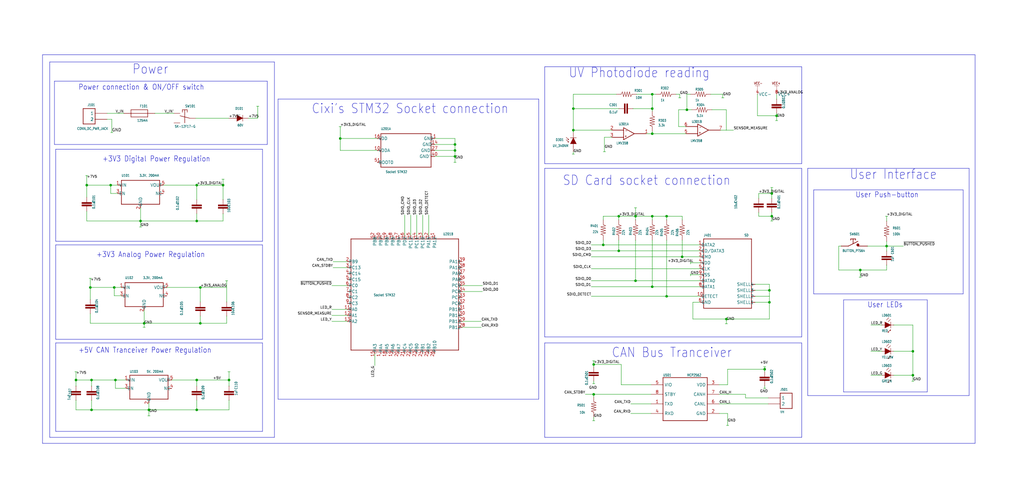
<source format=kicad_sch>
(kicad_sch (version 20250114) (generator "eeschema") (generator_version "9.0")
  (paper "User" 428.244 210.007)
  (text "Cixi's STM32 Socket connection" (at 130.28 47.92 0) (effects (font (size 4 3.4)) (justify left bottom)))
  (text "User Interface" (at 355.28 75.42 0) (effects (font (size 4 3.4)) (justify left bottom)))
  (text "+3V3 Digital Power Regulation" (at 42.78 67.92 0) (effects (font (size 2.25 1.9125)) (justify left bottom)))
  (text "+5V CAN Tranceiver Power Regulation" (at 32.78 147.92 0) (effects (font (size 2.25 1.9125)) (justify left bottom)))
  (text "User Push-button" (at 357.78 82.92 0) (effects (font (size 2.25 1.9125)) (justify left bottom)))
  (text "SD Card socket connection" (at 235.28 77.92 0) (effects (font (size 4 3.4)) (justify left bottom)))
  (text "UV Photodiode reading" (at 237.78 32.92 0) (effects (font (size 4 3.4)) (justify left bottom)))
  (text "CAN Bus Tranceiver" (at 255.78 149.92 0) (effects (font (size 4 3.4)) (justify left bottom)))
  (text "Power connection & ON/OFF switch" (at 32.78 37.92 0) (effects (font (size 2.25 1.9125)) (justify left bottom)))
  (text "Power" (at 55.28 31.42 0) (effects (font (size 4 3.4)) (justify left bottom)))
  (text "User LEDs" (at 362.78 128.92 0) (effects (font (size 2.25 1.9125)) (justify left bottom)))
  (text "+3V3 Analog Power Regulation" (at 40.28 107.92 0) (effects (font (size 2.25 1.9125)) (justify left bottom)))
  (junction (at 38.28 158.92))
  (junction (at 278.78 123.92))
  (junction (at 381.78 146.92))
  (junction (at 48.28 158.92))
  (junction (at 258.78 104.92))
  (junction (at 82.28 92.42))
  (junction (at 83.78 135.22))
  (junction (at 381.78 156.92))
  (junction (at 321.78 121.42))
  (junction (at 58.78 92.42))
  (junction (at 142.28 57.92))
  (junction (at 60.28 135.22))
  (junction (at 62.28 171.42))
  (junction (at 239.78 45.42))
  (junction (at 83.78 120.22))
  (junction (at 95.78 158.92))
  (junction (at 36.28 77.42))
  (junction (at 287.28 45.92))
  (junction (at 322.78 80.92))
  (junction (at 272.78 45.42))
  (junction (at 370.78 102.92))
  (junction (at 285.28 107.42))
  (junction (at 324.78 48.42))
  (junction (at 272.78 55.92))
  (junction (at 252.28 102.42))
  (junction (at 31.78 158.92))
  (junction (at 47.78 120.22))
  (junction (at 322.78 90.42))
  (junction (at 303.78 133.42))
  (junction (at 190.28 62.92))
  (junction (at 359.78 112.92))
  (junction (at 46.28 77.42))
  (junction (at 258.78 90.42))
  (junction (at 248.28 164.92))
  (junction (at 321.78 126.42))
  (junction (at 190.28 60.42))
  (junction (at 278.78 90.42))
  (junction (at 248.28 152.42))
  (junction (at 190.28 65.42))
  (junction (at 272.78 90.42))
  (junction (at 272.78 39.42))
  (junction (at 37.78 120.22))
  (junction (at 93.28 77.42))
  (junction (at 82.28 158.92))
  (junction (at 272.78 119.92))
  (junction (at 265.78 117.42))
  (junction (at 82.28 171.42))
  (junction (at 82.28 77.42))
  (junction (at 319.78 154.42))
  (junction (at 38.28 171.42))
  (junction (at 239.78 54.42))
  (junction (at 265.78 90.42))
  (wire (pts (xy 95.28 117.42) (xy 94.28 117.42)) (stroke (width 0.1524)))
  (wire (pts (xy 381.28 159.42) (xy 382.28 159.42)) (stroke (width 0.1524)))
  (polyline (pts (xy 116.28 41.42) (xy 225.28 41.42)) (stroke (width 0.1524) (type solid)))
  (wire (pts (xy 278.78 100.42) (xy 278.78 123.92)) (stroke (width 0.1524)))
  (wire (pts (xy 252.28 90.42) (xy 258.78 90.42)) (stroke (width 0.1524)))
  (wire (pts (xy 96.28 155.42) (xy 95.28 155.42)) (stroke (width 0.1524)))
  (polyline (pts (xy 402.78 79.42) (xy 340.28 79.42)) (stroke (width 0.1524) (type solid)))
  (wire (pts (xy 190.28 60.42) (xy 190.28 62.92)) (stroke (width 0.1524)))
  (wire (pts (xy 36.28 77.42) (xy 36.28 82.5)) (stroke (width 0.1524)))
  (wire (pts (xy 31.78 161.5) (xy 31.78 158.92)) (stroke (width 0.1524)))
  (wire (pts (xy 284.28 39.42) (xy 284.28 40.92)) (stroke (width 0.1524)))
  (wire (pts (xy 370.78 92.5) (xy 370.78 90.46)) (stroke (width 0.1524)))
  (wire (pts (xy 319.28 162.42) (xy 320.28 162.42)) (stroke (width 0.1524)))
  (wire (pts (xy 190.28 65.42) (xy 190.28 67.92)) (stroke (width 0.1524)))
  (wire (pts (xy 285.28 90.42) (xy 278.78 90.42)) (stroke (width 0.1524)))
  (polyline (pts (xy 109.78 100.92) (xy 109.78 62.42)) (stroke (width 0.1524) (type solid)))
  (wire (pts (xy 156.78 147.92) (xy 156.78 152.92)) (stroke (width 0.1524)))
  (wire (pts (xy 190.28 57.92) (xy 190.28 60.42)) (stroke (width 0.1524)))
  (polyline (pts (xy 23.28 102.42) (xy 109.78 102.42)) (stroke (width 0.1524) (type solid)))
  (wire (pts (xy 350.78 112.92) (xy 350.78 102.92)) (stroke (width 0.1524)))
  (wire (pts (xy 176.78 98.42) (xy 176.78 89.92)) (stroke (width 0.1524)))
  (wire (pts (xy 359.78 115.88) (xy 359.78 112.92)) (stroke (width 0.1524)))
  (wire (pts (xy 181.78 57.92) (xy 190.28 57.92)) (stroke (width 0.1524)))
  (wire (pts (xy 252.28 100.42) (xy 252.28 102.42)) (stroke (width 0.1524)))
  (polyline (pts (xy 352.78 163.92) (xy 352.78 125.42)) (stroke (width 0.1524) (type solid)))
  (wire (pts (xy 240.28 64.42) (xy 239.28 64.42)) (stroke (width 0.1524)))
  (wire (pts (xy 38.28 161.5) (xy 38.28 158.92)) (stroke (width 0.1524)))
  (polyline (pts (xy 23.28 62.42) (xy 23.28 100.92)) (stroke (width 0.1524) (type solid)))
  (polyline (pts (xy 225.28 41.42) (xy 225.28 166.92)) (stroke (width 0.1524) (type solid)))
  (wire (pts (xy 288.78 39.42) (xy 287.28 39.42)) (stroke (width 0.1524)))
  (wire (pts (xy 311.78 166.42) (xy 311.78 164.92)) (stroke (width 0.1524)))
  (wire (pts (xy 72.74 47.42) (xy 64.78 47.42)) (stroke (width 0.1524)))
  (wire (pts (xy 322.78 83) (xy 322.78 80.92)) (stroke (width 0.1524)))
  (wire (pts (xy 35.78 73.42) (xy 36.78 73.42)) (stroke (width 0.1524)))
  (polyline (pts (xy 387.78 163.92) (xy 352.78 163.92)) (stroke (width 0.1524) (type solid)))
  (wire (pts (xy 71.78 158.92) (xy 82.28 158.92)) (stroke (width 0.1524)))
  (wire (pts (xy 321.78 123.92) (xy 321.78 126.42)) (stroke (width 0.1524)))
  (wire (pts (xy 317.28 80.92) (xy 322.78 80.92)) (stroke (width 0.1524)))
  (wire (pts (xy 193.28 134.42) (xy 201.28 134.42)) (stroke (width 0.1524)))
  (wire (pts (xy 68.28 77.42) (xy 82.28 77.42)) (stroke (width 0.1524)))
  (wire (pts (xy 145.28 119.42) (xy 138.78 119.42)) (stroke (width 0.1524)))
  (wire (pts (xy 93.28 77.42) (xy 93.28 83.5)) (stroke (width 0.1524)))
  (wire (pts (xy 317.28 88.84) (xy 317.28 90.42)) (stroke (width 0.1524)))
  (wire (pts (xy 266.2 39.42) (xy 272.78 39.42)) (stroke (width 0.1524)))
  (wire (pts (xy 311.78 164.92) (xy 300.78 164.92)) (stroke (width 0.1524)))
  (wire (pts (xy 362.78 102.92) (xy 370.78 102.92)) (stroke (width 0.1524)))
  (wire (pts (xy 247.78 175.92) (xy 248.78 175.92)) (stroke (width 0.1524)))
  (wire (pts (xy 287.28 45.92) (xy 283.78 45.92)) (stroke (width 0.1524)))
  (wire (pts (xy 283.78 40.92) (xy 284.78 40.92)) (stroke (width 0.1524)))
  (wire (pts (xy 282.7 39.42) (xy 284.28 39.42)) (stroke (width 0.1524)))
  (wire (pts (xy 174.28 98.42) (xy 174.28 89.92)) (stroke (width 0.1524)))
  (wire (pts (xy 283.78 52.92) (xy 286.86 52.92)) (stroke (width 0.1524)))
  (wire (pts (xy 272.78 55.92) (xy 286.86 55.92)) (stroke (width 0.1524)))
  (wire (pts (xy 82.28 77.42) (xy 93.28 77.42)) (stroke (width 0.1524)))
  (wire (pts (xy 285.28 92) (xy 285.28 90.42)) (stroke (width 0.1524)))
  (wire (pts (xy 368.86 135.92) (xy 364.2 135.92)) (stroke (width 0.1524)))
  (polyline (pts (xy 402.78 122.92) (xy 402.78 79.42)) (stroke (width 0.1524) (type solid)))
  (wire (pts (xy 82.28 161.5) (xy 82.28 158.92)) (stroke (width 0.1524)))
  (wire (pts (xy 370.78 102.92) (xy 377.78 102.92)) (stroke (width 0.1524)))
  (wire (pts (xy 272.78 100.42) (xy 272.78 119.92)) (stroke (width 0.1524)))
  (wire (pts (xy 31.78 158.92) (xy 31.78 155.42)) (stroke (width 0.1524)))
  (wire (pts (xy 289.78 133.42) (xy 303.78 133.42)) (stroke (width 0.1524)))
  (wire (pts (xy 38.28 167.34) (xy 38.28 171.42)) (stroke (width 0.1524)))
  (polyline (pts (xy 227.78 27.92) (xy 227.78 68.42)) (stroke (width 0.1524) (type solid)))
  (wire (pts (xy 287.28 39.42) (xy 287.28 45.92)) (stroke (width 0.1524)))
  (wire (pts (xy 248.28 152.42) (xy 248.28 150.92)) (stroke (width 0.1524)))
  (wire (pts (xy 297.2 39.42) (xy 302.28 39.42)) (stroke (width 0.1524)))
  (wire (pts (xy 193.28 119.42) (xy 201.78 119.42)) (stroke (width 0.1524)))
  (polyline (pts (xy 114.78 25.92) (xy 20.78 25.92)) (stroke (width 0.1524) (type solid)))
  (wire (pts (xy 31.78 158.92) (xy 38.28 158.92)) (stroke (width 0.1524)))
  (wire (pts (xy 82.28 92.42) (xy 58.78 92.42)) (stroke (width 0.1524)))
  (wire (pts (xy 252.78 57.42) (xy 252.78 63.42)) (stroke (width 0.1524)))
  (wire (pts (xy 46.28 80.92) (xy 46.28 77.42)) (stroke (width 0.1524)))
  (wire (pts (xy 317.28 90.42) (xy 322.78 90.42)) (stroke (width 0.1524)))
  (polyline (pts (xy 340.28 122.92) (xy 402.78 122.92)) (stroke (width 0.1524) (type solid)))
  (wire (pts (xy 157.78 62.92) (xy 142.28 62.92)) (stroke (width 0.1524)))
  (wire (pts (xy 324.28 50.42) (xy 325.28 50.42)) (stroke (width 0.1524)))
  (wire (pts (xy 81.82 49.42) (xy 95.7 49.42)) (stroke (width 0.1524)))
  (wire (pts (xy 193.28 136.92) (xy 201.28 136.92)) (stroke (width 0.1524)))
  (wire (pts (xy 179.28 98.42) (xy 179.28 89.92)) (stroke (width 0.1524)))
  (polyline (pts (xy 335.28 143.42) (xy 335.28 182.92)) (stroke (width 0.1524) (type solid)))
  (wire (pts (xy 292.78 104.92) (xy 258.78 104.92)) (stroke (width 0.1524)))
  (wire (pts (xy 47.78 120.22) (xy 37.78 120.22)) (stroke (width 0.1524)))
  (wire (pts (xy 289.28 45.92) (xy 287.28 45.92)) (stroke (width 0.1524)))
  (wire (pts (xy 319.78 154.42) (xy 319.78 153.42)) (stroke (width 0.1524)))
  (wire (pts (xy 370.78 102.92) (xy 370.78 105)) (stroke (width 0.1524)))
  (wire (pts (xy 257.78 39.42) (xy 239.78 39.42)) (stroke (width 0.1524)))
  (wire (pts (xy 252.28 63.42) (xy 253.28 63.42)) (stroke (width 0.1524)))
  (wire (pts (xy 289.78 126.42) (xy 289.78 133.42)) (stroke (width 0.1524)))
  (wire (pts (xy 37.78 120.22) (xy 37.78 125.3)) (stroke (width 0.1524)))
  (wire (pts (xy 103.86 49.42) (xy 107.78 49.42)) (stroke (width 0.1524)))
  (polyline (pts (xy 23.28 141.92) (xy 23.28 102.42)) (stroke (width 0.1524) (type solid)))
  (polyline (pts (xy 407.78 185.42) (xy 407.78 22.92)) (stroke (width 0.1524) (type solid)))
  (wire (pts (xy 303.28 135.42) (xy 304.28 135.42)) (stroke (width 0.1524)))
  (wire (pts (xy 193.28 121.92) (xy 201.78 121.92)) (stroke (width 0.1524)))
  (wire (pts (xy 248.28 159.34) (xy 248.28 160.42)) (stroke (width 0.1524)))
  (wire (pts (xy 60.28 135.22) (xy 60.28 136.92)) (stroke (width 0.1524)))
  (polyline (pts (xy 111.78 33.92) (xy 111.78 60.42)) (stroke (width 0.1524) (type solid)))
  (wire (pts (xy 297.7 45.92) (xy 303.78 45.92)) (stroke (width 0.1524)))
  (wire (pts (xy 370.78 110.84) (xy 370.78 112.92)) (stroke (width 0.1524)))
  (wire (pts (xy 142.28 62.92) (xy 142.28 57.92)) (stroke (width 0.1524)))
  (wire (pts (xy 239.78 63.5) (xy 239.78 64.42)) (stroke (width 0.1524)))
  (wire (pts (xy 239.78 45.42) (xy 239.78 54.42)) (stroke (width 0.1524)))
  (polyline (pts (xy 352.78 125.42) (xy 387.78 125.42)) (stroke (width 0.1524) (type solid)))
  (wire (pts (xy 319.28 153.42) (xy 320.28 153.42)) (stroke (width 0.1524)))
  (polyline (pts (xy 109.78 143.42) (xy 109.78 180.42)) (stroke (width 0.1524) (type solid)))
  (wire (pts (xy 141.78 52.92) (xy 142.78 52.92)) (stroke (width 0.1524)))
  (wire (pts (xy 181.78 65.42) (xy 190.28 65.42)) (stroke (width 0.1524)))
  (wire (pts (xy 62.28 171.42) (xy 62.28 168.42)) (stroke (width 0.1524)))
  (wire (pts (xy 190.28 62.92) (xy 190.28 65.42)) (stroke (width 0.1524)))
  (wire (pts (xy 248.28 164.92) (xy 248.28 166)) (stroke (width 0.1524)))
  (polyline (pts (xy 340.28 79.42) (xy 340.28 122.92)) (stroke (width 0.1524) (type solid)))
  (wire (pts (xy 38.28 171.42) (xy 62.28 171.42)) (stroke (width 0.1524)))
  (wire (pts (xy 47.28 55.42) (xy 46.28 55.42)) (stroke (width 0.1524)))
  (polyline (pts (xy 109.78 102.42) (xy 109.78 141.92)) (stroke (width 0.1524) (type solid)))
  (wire (pts (xy 258.78 92) (xy 258.78 90.42)) (stroke (width 0.1524)))
  (wire (pts (xy 381.78 146.92) (xy 381.78 156.92)) (stroke (width 0.1524)))
  (wire (pts (xy 283.78 45.92) (xy 283.78 52.92)) (stroke (width 0.1524)))
  (wire (pts (xy 259.78 160.92) (xy 259.78 152.42)) (stroke (width 0.1524)))
  (wire (pts (xy 381.78 156.92) (xy 381.78 159.38)) (stroke (width 0.1524)))
  (polyline (pts (xy 405.28 70.42) (xy 337.78 70.42)) (stroke (width 0.1524) (type solid)))
  (polyline (pts (xy 335.28 140.92) (xy 227.78 140.92)) (stroke (width 0.1524) (type solid)))
  (polyline (pts (xy 109.78 62.42) (xy 23.28 62.42)) (stroke (width 0.1524) (type solid)))
  (wire (pts (xy 37.78 135.22) (xy 60.28 135.22)) (stroke (width 0.1524)))
  (wire (pts (xy 247.28 123.92) (xy 278.78 123.92)) (stroke (width 0.1524)))
  (wire (pts (xy 350.78 102.92) (xy 351.78 102.92)) (stroke (width 0.1524)))
  (wire (pts (xy 189.78 67.92) (xy 190.78 67.92)) (stroke (width 0.1524)))
  (polyline (pts (xy 17.78 185.42) (xy 407.78 185.42)) (stroke (width 0.1524) (type solid)))
  (wire (pts (xy 94.78 132.14) (xy 94.78 135.22)) (stroke (width 0.1524)))
  (wire (pts (xy 46.78 49.92) (xy 46.78 55.38)) (stroke (width 0.1524)))
  (polyline (pts (xy 387.78 125.42) (xy 387.78 163.92)) (stroke (width 0.1524) (type solid)))
  (wire (pts (xy 315.78 118.92) (xy 321.78 118.92)) (stroke (width 0.1524)))
  (wire (pts (xy 272.28 160.92) (xy 259.78 160.92)) (stroke (width 0.1524)))
  (wire (pts (xy 301.78 40.92) (xy 302.78 40.92)) (stroke (width 0.1524)))
  (wire (pts (xy 303.78 133.42) (xy 321.78 133.42)) (stroke (width 0.1524)))
  (wire (pts (xy 248.28 152.42) (xy 248.28 153.5)) (stroke (width 0.1524)))
  (polyline (pts (xy 109.78 141.92) (xy 23.28 141.92)) (stroke (width 0.1524) (type solid)))
  (wire (pts (xy 171.78 98.42) (xy 171.78 89.92)) (stroke (width 0.1524)))
  (wire (pts (xy 58.78 92.42) (xy 58.78 94.88)) (stroke (width 0.1524)))
  (wire (pts (xy 36.28 77.42) (xy 36.28 73.42)) (stroke (width 0.1524)))
  (wire (pts (xy 285.28 107.42) (xy 247.28 107.42)) (stroke (width 0.1524)))
  (wire (pts (xy 248.28 164.92) (xy 244.78 164.92)) (stroke (width 0.1524)))
  (polyline (pts (xy 227.78 70.42) (xy 335.28 70.42)) (stroke (width 0.1524) (type solid)))
  (wire (pts (xy 270.36 55.92) (xy 272.78 55.92)) (stroke (width 0.1524)))
  (wire (pts (xy 95.78 158.92) (xy 95.78 155.42)) (stroke (width 0.1524)))
  (wire (pts (xy 292.78 126.42) (xy 289.78 126.42)) (stroke (width 0.1524)))
  (wire (pts (xy 272.78 39.42) (xy 272.78 45.42)) (stroke (width 0.1524)))
  (polyline (pts (xy 335.28 70.42) (xy 335.28 140.92)) (stroke (width 0.1524) (type solid)))
  (polyline (pts (xy 22.78 60.42) (xy 22.78 33.92)) (stroke (width 0.1524) (type solid)))
  (wire (pts (xy 248.28 174.42) (xy 248.28 175.92)) (stroke (width 0.1524)))
  (wire (pts (xy 368.86 156.92) (xy 364.2 156.92)) (stroke (width 0.1524)))
  (wire (pts (xy 95.78 158.92) (xy 95.78 161.5)) (stroke (width 0.1524)))
  (wire (pts (xy 324.78 48.42) (xy 324.78 47.34)) (stroke (width 0.1524)))
  (wire (pts (xy 247.28 104.92) (xy 258.78 104.92)) (stroke (width 0.1524)))
  (wire (pts (xy 58.28 94.92) (xy 59.28 94.92)) (stroke (width 0.1524)))
  (wire (pts (xy 302.28 39.42) (xy 302.28 40.92)) (stroke (width 0.1524)))
  (wire (pts (xy 247.78 160.42) (xy 248.78 160.42)) (stroke (width 0.1524)))
  (wire (pts (xy 278.78 90.42) (xy 278.78 92)) (stroke (width 0.1524)))
  (wire (pts (xy 94.78 120.22) (xy 94.78 126.3)) (stroke (width 0.1524)))
  (wire (pts (xy 300.78 160.92) (xy 304.28 160.92)) (stroke (width 0.1524)))
  (wire (pts (xy 93.28 74.96) (xy 93.28 77.42)) (stroke (width 0.1524)))
  (wire (pts (xy 51.78 47.42) (xy 44.78 47.42)) (stroke (width 0.1524)))
  (wire (pts (xy 292.86 114.92) (xy 288.82 114.92)) (stroke (width 0.1524)))
  (wire (pts (xy 321.78 118.92) (xy 321.78 121.42)) (stroke (width 0.1524)))
  (wire (pts (xy 373.7 146.92) (xy 381.78 146.92)) (stroke (width 0.1524)))
  (wire (pts (xy 258.78 104.92) (xy 258.78 100.42)) (stroke (width 0.1524)))
  (wire (pts (xy 265.78 92) (xy 265.78 90.42)) (stroke (width 0.1524)))
  (polyline (pts (xy 227.78 143.42) (xy 335.28 143.42)) (stroke (width 0.1524) (type solid)))
  (wire (pts (xy 48.28 158.92) (xy 48.28 162.42)) (stroke (width 0.1524)))
  (polyline (pts (xy 337.78 70.42) (xy 337.78 165.42)) (stroke (width 0.1524) (type solid)))
  (wire (pts (xy 49.28 80.92) (xy 46.28 80.92)) (stroke (width 0.1524)))
  (wire (pts (xy 317.28 83) (xy 317.28 80.92)) (stroke (width 0.1524)))
  (wire (pts (xy 359.28 115.92) (xy 360.28 115.92)) (stroke (width 0.1524)))
  (wire (pts (xy 169.28 98.42) (xy 169.28 89.92)) (stroke (width 0.1524)))
  (polyline (pts (xy 111.78 60.42) (xy 22.78 60.42)) (stroke (width 0.1524) (type solid)))
  (wire (pts (xy 303.78 54.42) (xy 306.78 54.42)) (stroke (width 0.1524)))
  (wire (pts (xy 49.28 77.42) (xy 46.28 77.42)) (stroke (width 0.1524)))
  (wire (pts (xy 157.78 57.92) (xy 142.28 57.92)) (stroke (width 0.1524)))
  (wire (pts (xy 300.78 172.92) (xy 304.28 172.92)) (stroke (width 0.1524)))
  (polyline (pts (xy 335.28 182.92) (xy 227.78 182.92)) (stroke (width 0.1524) (type solid)))
  (polyline (pts (xy 17.78 22.92) (xy 17.78 185.42)) (stroke (width 0.1524) (type solid)))
  (wire (pts (xy 62.78 173.92) (xy 61.78 173.92)) (stroke (width 0.1524)))
  (wire (pts (xy 321.78 126.42) (xy 321.78 133.42)) (stroke (width 0.1524)))
  (wire (pts (xy 60.28 129.72) (xy 60.28 135.22)) (stroke (width 0.1524)))
  (wire (pts (xy 274.28 39.42) (xy 272.78 39.42)) (stroke (width 0.1524)))
  (polyline (pts (xy 405.28 165.42) (xy 405.28 70.42)) (stroke (width 0.1524) (type solid)))
  (wire (pts (xy 315.78 126.42) (xy 321.78 126.42)) (stroke (width 0.1524)))
  (wire (pts (xy 145.28 109.42) (xy 139.28 109.42)) (stroke (width 0.1524)))
  (polyline (pts (xy 227.78 140.92) (xy 227.78 70.42)) (stroke (width 0.1524) (type solid)))
  (polyline (pts (xy 335.28 27.92) (xy 335.28 68.42)) (stroke (width 0.1524) (type solid)))
  (wire (pts (xy 247.28 119.92) (xy 272.78 119.92)) (stroke (width 0.1524)))
  (wire (pts (xy 31.28 155.42) (xy 32.28 155.42)) (stroke (width 0.1524)))
  (wire (pts (xy 62.28 171.42) (xy 62.28 173.92)) (stroke (width 0.1524)))
  (wire (pts (xy 37.78 120.22) (xy 37.78 116.42)) (stroke (width 0.1524)))
  (wire (pts (xy 319.78 161.34) (xy 319.78 162.42)) (stroke (width 0.1524)))
  (wire (pts (xy 322.78 90.42) (xy 322.78 92.38)) (stroke (width 0.1524)))
  (wire (pts (xy 247.28 102.42) (xy 252.28 102.42)) (stroke (width 0.1524)))
  (wire (pts (xy 48.28 162.42) (xy 52.78 162.42)) (stroke (width 0.1524)))
  (wire (pts (xy 46.28 77.42) (xy 36.28 77.42)) (stroke (width 0.1524)))
  (polyline (pts (xy 109.78 180.42) (xy 23.28 180.42)) (stroke (width 0.1524) (type solid)))
  (wire (pts (xy 83.78 126.3) (xy 83.78 120.22)) (stroke (width 0.1524)))
  (wire (pts (xy 52.78 158.92) (xy 48.28 158.92)) (stroke (width 0.1524)))
  (wire (pts (xy 373.7 135.92) (xy 381.78 135.92)) (stroke (width 0.1524)))
  (wire (pts (xy 83.78 132.14) (xy 83.78 135.22)) (stroke (width 0.1524)))
  (wire (pts (xy 321.78 123.92) (xy 315.78 123.92)) (stroke (width 0.1524)))
  (wire (pts (xy 303.78 177.92) (xy 304.78 177.92)) (stroke (width 0.1524)))
  (wire (pts (xy 142.28 57.92) (xy 142.28 52.96)) (stroke (width 0.1524)))
  (wire (pts (xy 292.86 117.42) (xy 265.78 117.42)) (stroke (width 0.1524)))
  (wire (pts (xy 322.28 78.42) (xy 323.28 78.42)) (stroke (width 0.1524)))
  (wire (pts (xy 364.2 146.92) (xy 368.86 146.92)) (stroke (width 0.1524)))
  (wire (pts (xy 321.28 166.42) (xy 311.78 166.42)) (stroke (width 0.1524)))
  (wire (pts (xy 359.78 112.92) (xy 350.78 112.92)) (stroke (width 0.1524)))
  (wire (pts (xy 292.86 112.42) (xy 247.28 112.42)) (stroke (width 0.1524)))
  (wire (pts (xy 322.78 88.84) (xy 322.78 90.42)) (stroke (width 0.1524)))
  (wire (pts (xy 38.28 158.92) (xy 48.28 158.92)) (stroke (width 0.1524)))
  (wire (pts (xy 258.86 45.42) (xy 239.78 45.42)) (stroke (width 0.1524)))
  (wire (pts (xy 373.7 156.92) (xy 381.78 156.92)) (stroke (width 0.1524)))
  (wire (pts (xy 50.78 123.72) (xy 47.78 123.72)) (stroke (width 0.1524)))
  (polyline (pts (xy 20.78 25.92) (xy 20.78 182.92)) (stroke (width 0.1524) (type solid)))
  (polyline (pts (xy 116.28 166.92) (xy 116.28 41.42)) (stroke (width 0.1524) (type solid)))
  (polyline (pts (xy 227.78 27.92) (xy 335.28 27.92)) (stroke (width 0.1524) (type solid)))
  (wire (pts (xy 31.78 167.34) (xy 31.78 171.42)) (stroke (width 0.1524)))
  (wire (pts (xy 265.78 90.42) (xy 272.78 90.42)) (stroke (width 0.1524)))
  (polyline (pts (xy 335.28 68.42) (xy 227.78 68.42)) (stroke (width 0.1524) (type solid)))
  (wire (pts (xy 36.28 88.34) (xy 36.28 92.42)) (stroke (width 0.1524)))
  (wire (pts (xy 58.78 86.92) (xy 58.78 92.42)) (stroke (width 0.1524)))
  (wire (pts (xy 370.78 100.92) (xy 370.78 102.92)) (stroke (width 0.1524)))
  (wire (pts (xy 108.28 44.42) (xy 107.28 44.42)) (stroke (width 0.1524)))
  (wire (pts (xy 370.28 90.42) (xy 371.28 90.42)) (stroke (width 0.1524)))
  (wire (pts (xy 316.78 39.42) (xy 316.78 48.42)) (stroke (width 0.1524)))
  (polyline (pts (xy 114.78 182.92) (xy 114.78 25.92)) (stroke (width 0.1524) (type solid)))
  (wire (pts (xy 272.28 168.92) (xy 263.78 168.92)) (stroke (width 0.1524)))
  (wire (pts (xy 83.78 135.22) (xy 60.28 135.22)) (stroke (width 0.1524)))
  (wire (pts (xy 37.78 131.14) (xy 37.78 135.22)) (stroke (width 0.1524)))
  (wire (pts (xy 145.28 111.92) (xy 139.28 111.92)) (stroke (width 0.1524)))
  (wire (pts (xy 255.86 54.42) (xy 239.78 54.42)) (stroke (width 0.1524)))
  (polyline (pts (xy 225.28 166.92) (xy 116.28 166.92)) (stroke (width 0.1524) (type solid)))
  (wire (pts (xy 319.78 154.42) (xy 319.78 155.5)) (stroke (width 0.1524)))
  (wire (pts (xy 316.78 48.42) (xy 324.78 48.42)) (stroke (width 0.1524)))
  (wire (pts (xy 292.86 119.92) (xy 272.78 119.92)) (stroke (width 0.1524)))
  (wire (pts (xy 47.78 123.72) (xy 47.78 120.22)) (stroke (width 0.1524)))
  (wire (pts (xy 265.28 86.92) (xy 266.28 86.92)) (stroke (width 0.1524)))
  (wire (pts (xy 272.28 172.92) (xy 263.78 172.92)) (stroke (width 0.1524)))
  (wire (pts (xy 94.78 117.46) (xy 94.78 120.22)) (stroke (width 0.1524)))
  (wire (pts (xy 258.78 90.42) (xy 265.78 90.42)) (stroke (width 0.1524)))
  (wire (pts (xy 59.78 136.92) (xy 60.78 136.92)) (stroke (width 0.1524)))
  (wire (pts (xy 292.78 123.92) (xy 278.78 123.92)) (stroke (width 0.1524)))
  (wire (pts (xy 370.78 112.92) (xy 359.78 112.92)) (stroke (width 0.1524)))
  (wire (pts (xy 247.28 117.42) (xy 265.78 117.42)) (stroke (width 0.1524)))
  (wire (pts (xy 107.78 49.42) (xy 107.78 44.42)) (stroke (width 0.1524)))
  (wire (pts (xy 37.28 116.42) (xy 38.28 116.42)) (stroke (width 0.1524)))
  (polyline (pts (xy 23.28 143.42) (xy 109.78 143.42)) (stroke (width 0.1524) (type solid)))
  (polyline (pts (xy 22.78 33.92) (xy 111.78 33.92)) (stroke (width 0.1524) (type solid)))
  (wire (pts (xy 145.28 134.42) (xy 138.78 134.42)) (stroke (width 0.1524)))
  (wire (pts (xy 304.28 154.42) (xy 319.78 154.42)) (stroke (width 0.1524)))
  (wire (pts (xy 82.28 158.92) (xy 95.78 158.92)) (stroke (width 0.1524)))
  (wire (pts (xy 93.28 89.34) (xy 93.28 92.42)) (stroke (width 0.1524)))
  (wire (pts (xy 92.78 74.92) (xy 93.78 74.92)) (stroke (width 0.1524)))
  (wire (pts (xy 272.78 45.42) (xy 272.78 46.5)) (stroke (width 0.1524)))
  (wire (pts (xy 322.78 80.92) (xy 322.78 78.46)) (stroke (width 0.1524)))
  (wire (pts (xy 44.78 49.92) (xy 46.78 49.92)) (stroke (width 0.1524)))
  (wire (pts (xy 265.78 100.42) (xy 265.78 117.42)) (stroke (width 0.1524)))
  (wire (pts (xy 292.86 109.92) (xy 288.78 109.92)) (stroke (width 0.1524)))
  (wire (pts (xy 31.78 171.42) (xy 38.28 171.42)) (stroke (width 0.1524)))
  (wire (pts (xy 321.28 168.92) (xy 300.78 168.92)) (stroke (width 0.1524)))
  (wire (pts (xy 82.28 83.5) (xy 82.28 77.42)) (stroke (width 0.1524)))
  (wire (pts (xy 303.78 133.42) (xy 303.78 135.42)) (stroke (width 0.1524)))
  (wire (pts (xy 82.28 89.34) (xy 82.28 92.42)) (stroke (width 0.1524)))
  (wire (pts (xy 288.78 114.42) (xy 288.78 115.42)) (stroke (width 0.1524)))
  (wire (pts (xy 304.28 172.92) (xy 304.28 177.92)) (stroke (width 0.1524)))
  (wire (pts (xy 272.78 54.92) (xy 272.78 55.92)) (stroke (width 0.1524)))
  (wire (pts (xy 239.78 39.42) (xy 239.78 45.42)) (stroke (width 0.1524)))
  (wire (pts (xy 381.78 135.92) (xy 381.78 146.92)) (stroke (width 0.1524)))
  (wire (pts (xy 50.78 120.22) (xy 47.78 120.22)) (stroke (width 0.1524)))
  (polyline (pts (xy 407.78 22.92) (xy 17.78 22.92)) (stroke (width 0.1524) (type solid)))
  (wire (pts (xy 288.78 109.42) (xy 288.78 110.42)) (stroke (width 0.1524)))
  (wire (pts (xy 145.28 129.42) (xy 138.78 129.42)) (stroke (width 0.1524)))
  (wire (pts (xy 69.78 120.22) (xy 83.78 120.22)) (stroke (width 0.1524)))
  (wire (pts (xy 272.28 164.92) (xy 248.28 164.92)) (stroke (width 0.1524)))
  (wire (pts (xy 321.78 121.42) (xy 321.78 123.92)) (stroke (width 0.1524)))
  (polyline (pts (xy 23.28 100.92) (xy 109.78 100.92)) (stroke (width 0.1524) (type solid)))
  (wire (pts (xy 239.78 54.42) (xy 239.78 55.34)) (stroke (width 0.1524)))
  (wire (pts (xy 247.78 150.92) (xy 248.78 150.92)) (stroke (width 0.1524)))
  (wire (pts (xy 36.28 92.42) (xy 58.78 92.42)) (stroke (width 0.1524)))
  (wire (pts (xy 292.78 107.42) (xy 285.28 107.42)) (stroke (width 0.1524)))
  (wire (pts (xy 94.78 135.22) (xy 83.78 135.22)) (stroke (width 0.1524)))
  (polyline (pts (xy 20.78 182.92) (xy 114.78 182.92)) (stroke (width 0.1524) (type solid)))
  (wire (pts (xy 181.78 60.42) (xy 190.28 60.42)) (stroke (width 0.1524)))
  (polyline (pts (xy 23.28 180.42) (xy 23.28 143.42)) (stroke (width 0.1524) (type solid)))
  (polyline (pts (xy 337.78 165.42) (xy 405.28 165.42)) (stroke (width 0.1524) (type solid)))
  (wire (pts (xy 315.78 121.42) (xy 321.78 121.42)) (stroke (width 0.1524)))
  (wire (pts (xy 181.78 62.92) (xy 190.28 62.92)) (stroke (width 0.1524)))
  (polyline (pts (xy 227.78 182.92) (xy 227.78 143.42)) (stroke (width 0.1524) (type solid)))
  (wire (pts (xy 324.78 48.42) (xy 324.78 50.42)) (stroke (width 0.1524)))
  (wire (pts (xy 285.28 100.42) (xy 285.28 107.42)) (stroke (width 0.1524)))
  (wire (pts (xy 82.28 167.34) (xy 82.28 171.42)) (stroke (width 0.1524)))
  (wire (pts (xy 303.78 45.92) (xy 303.78 54.42)) (stroke (width 0.1524)))
  (wire (pts (xy 265.78 90.42) (xy 265.78 86.92)) (stroke (width 0.1524)))
  (wire (pts (xy 259.78 152.42) (xy 248.28 152.42)) (stroke (width 0.1524)))
  (wire (pts (xy 272.78 92) (xy 272.78 90.42)) (stroke (width 0.1524)))
  (wire (pts (xy 272.78 90.42) (xy 278.78 90.42)) (stroke (width 0.1524)))
  (wire (pts (xy 93.28 92.42) (xy 82.28 92.42)) (stroke (width 0.1524)))
  (wire (pts (xy 145.28 131.92) (xy 138.78 131.92)) (stroke (width 0.1524)))
  (wire (pts (xy 322.28 92.42) (xy 323.28 92.42)) (stroke (width 0.1524)))
  (wire (pts (xy 303.78 54.42) (xy 301.36 54.42)) (stroke (width 0.1524)))
  (wire (pts (xy 324.78 41.5) (xy 324.78 39.42)) (stroke (width 0.1524)))
  (wire (pts (xy 83.78 120.22) (xy 94.78 120.22)) (stroke (width 0.1524)))
  (wire (pts (xy 252.28 92) (xy 252.28 90.42)) (stroke (width 0.1524)))
  (wire (pts (xy 95.78 167.34) (xy 95.78 171.42)) (stroke (width 0.1524)))
  (wire (pts (xy 264.7 45.42) (xy 272.78 45.42)) (stroke (width 0.1524)))
  (wire (pts (xy 304.28 160.92) (xy 304.28 154.42)) (stroke (width 0.1524)))
  (wire (pts (xy 255.86 57.42) (xy 252.78 57.42)) (stroke (width 0.1524)))
  (wire (pts (xy 95.78 171.42) (xy 82.28 171.42)) (stroke (width 0.1524)))
  (wire (pts (xy 82.28 171.42) (xy 62.28 171.42)) (stroke (width 0.1524)))
  (wire (pts (xy 292.78 102.42) (xy 252.28 102.42)) (stroke (width 0.1524)))
  (label "LED_Y" (at 138.78 134.42 180) (effects (font (size 1.05 1.05))))
  (label "GND" (at 239.78 63.96 0) (effects (font (size 1.05 1.05))))
  (label "GND" (at 288.82 114.92 0) (effects (font (size 1.05 1.05))))
  (label "GND" (at 248.28 174.65 0) (effects (font (size 1.05 1.05))))
  (label "GND" (at 62.28 172.65 0) (effects (font (size 1.05 1.05))))
  (label "+7V5" (at 103.86 49.42 0) (effects (font (size 1.05 1.05))))
  (label "GND" (at 46.78 55.38 0) (effects (font (size 1.2446 1.2446))))
  (label "LED_G" (at 156.78 152.92 270) (effects (font (size 1.05 1.05))))
  (label "LED_Y" (at 364.2 146.92 0) (effects (font (size 1.05 1.05))))
  (label "SDIO_DETECT" (at 247.28 123.92 180) (effects (font (size 1.05 1.05))))
  (label "GND" (at 322.78 92.38 0) (effects (font (size 1.05 1.05))))
  (label "+3V3_ANALOG" (at 324.78 39.42 0) (effects (font (size 1.05 1.05))))
  (label "GND" (at 246.28 162.92 0) (effects (font (size 1.05 1.05))))
  (label "~{BUTTON_PUSHED}" (at 138.78 119.42 180) (effects (font (size 1.05 1.05))))
  (label "+3V3_DIGITAL" (at 248.28 152.19 0) (effects (font (size 1.05 1.05))))
  (label "+5V" (at 89.03 158.92 0) (effects (font (size 1.05 1.05))))
  (label "CAN_TXD" (at 139.28 109.42 180) (effects (font (size 1.05 1.05))))
  (label "V_IN" (at 48.28 47.42 0) (effects (font (size 1.05 1.05))))
  (label "+3V3_DIGITAL" (at 317.28 80.92 0) (effects (font (size 1.05 1.05))))
  (label "SDIO_D1" (at 247.28 119.92 180) (effects (font (size 1.05 1.05))))
  (label "GND" (at 317.78 164.42 0) (effects (font (size 1.05 1.05))))
  (label "GND" (at 302.28 40.17 0) (effects (font (size 1.05 1.05))))
  (label "LED_R" (at 138.78 129.42 180) (effects (font (size 1.05 1.05))))
  (label "SDIO_D3" (at 247.28 104.92 180) (effects (font (size 1.05 1.05))))
  (label "CAN_L" (at 300.78 168.92 0) (effects (font (size 1.05 1.05))))
  (label "SDIO_CMD" (at 247.28 107.42 180) (effects (font (size 1.05 1.05))))
  (label "+3V3_DIGITAL" (at 82.28 77.42 0) (effects (font (size 1.05 1.05))))
  (label "SDIO_D3" (at 174.28 89.92 90) (effects (font (size 1.05 1.05))))
  (label "GND" (at 304.28 176.65 0) (effects (font (size 1.05 1.05))))
  (label "+7V5" (at 37.78 117.69 0) (effects (font (size 1.05 1.05))))
  (label "+3V3_ANALOG" (at 83.78 120.22 0) (effects (font (size 1.05 1.05))))
  (label "+3V3_DIGITAL" (at 142.28 52.96 0) (effects (font (size 1.05 1.05))))
  (label "SDIO_D0" (at 201.78 121.92 0) (effects (font (size 1.05 1.05))))
  (label "GND" (at 60.28 135.65 0) (effects (font (size 1.05 1.05))))
  (label "+3V3_DIGITAL" (at 290.05 109.92 180) (effects (font (size 1.05 1.05))))
  (label "CAN_RXD" (at 263.78 172.92 180) (effects (font (size 1.05 1.05))))
  (label "GND" (at 284.28 39.65 0) (effects (font (size 1.05 1.05))))
  (label "CAN_RXD" (at 201.28 136.92 0) (effects (font (size 1.05 1.05))))
  (label "SDIO_CLK" (at 171.78 89.92 90) (effects (font (size 1.05 1.05))))
  (label "LED_R" (at 364.2 135.92 0) (effects (font (size 1.05 1.05))))
  (label "CAN_TXD" (at 263.78 168.92 180) (effects (font (size 1.05 1.05))))
  (label "+7V5" (at 31.78 156.69 0) (effects (font (size 1.05 1.05))))
  (label "CAN_STDBY" (at 139.28 111.92 180) (effects (font (size 1.05 1.05))))
  (label "+3V3_DIGITAL" (at 370.78 90.46 0) (effects (font (size 1.05 1.05))))
  (label "+5V" (at 317.78 152.42 0) (effects (font (size 1.05 1.05))))
  (label "SDIO_DETECT" (at 179.28 89.92 90) (effects (font (size 1.05 1.05))))
  (label "SDIO_D2" (at 247.28 102.42 180) (effects (font (size 1.05 1.05))))
  (label "SENSOR_MEASURE" (at 138.78 131.92 180) (effects (font (size 1.05 1.05))))
  (label "GND" (at 190.28 66.65 0) (effects (font (size 1.05 1.05))))
  (label "+7V5" (at 36.28 74.69 0) (effects (font (size 1.05 1.05))))
  (label "SDIO_D0" (at 247.28 117.42 180) (effects (font (size 1.05 1.05))))
  (label "CAN_TXD" (at 201.28 134.42 0) (effects (font (size 1.05 1.05))))
  (label "CAN_H" (at 300.78 164.92 0) (effects (font (size 1.05 1.05))))
  (label "SENSOR_MEASURE" (at 306.78 54.42 0) (effects (font (size 1.05 1.05))))
  (label "~{BUTTON_PUSHED}" (at 377.78 102.92 0) (effects (font (size 1.05 1.05))))
  (label "GND" (at 324.78 49.15 0) (effects (font (size 1.05 1.05))))
  (label "SDIO_D2" (at 176.78 89.92 90) (effects (font (size 1.05 1.05))))
  (label "GND" (at 359.78 115.88 0) (effects (font (size 1.05 1.05))))
  (label "GND" (at 252.78 62.15 0) (effects (font (size 1.05 1.05))))
  (label "LED_G" (at 364.2 156.92 0) (effects (font (size 1.05 1.05))))
  (label "SDIO_CLK" (at 247.28 112.42 180) (effects (font (size 1.05 1.05))))
  (label "+3V3_DIGITAL" (at 258.78 90.42 0) (effects (font (size 1.05 1.05))))
  (label "GND" (at 303.78 134.15 0) (effects (font (size 1.05 1.05))))
  (label "SDIO_D1" (at 201.78 119.42 0) (effects (font (size 1.05 1.05))))
  (label "V_IN'" (at 68.76 47.42 0) (effects (font (size 1.05 1.05))))
  (label "SDIO_CMD" (at 169.28 89.92 90) (effects (font (size 1.05 1.05))))
  (label "GND" (at 58.78 94.88 0) (effects (font (size 1.05 1.05))))
  (label "CAN_STDBY" (at 244.78 164.92 180) (effects (font (size 1.05 1.05))))
  (label "+7V5'" (at 95.7 49.42 0) (effects (font (size 1.05 1.05))))
  (label "GND" (at 381.78 159.38 0) (effects (font (size 1.05 1.05))))
  (symbol (lib_id "uv_meter_v1-eagle-import:0.1UF") (at 248.28 159.42 180) (unit 1)
    (property "Reference" "C501" (at 244.78 154.92 90) (effects (font (size 1 0.85)) (justify left bottom)))
    (property "Value" "0.1uF" (at 244.78 157.42 90) (effects (font (size 1 0.85)) (justify left bottom)))
    (property "Footprint" "uv_meter_v1:0805_GRM" (effects (hide yes)))
  )
  (symbol (lib_id "uv_meter_v1-eagle-import:22KOHM") (at 272.78 100.42 90) (unit 1)
    (property "Reference" "R404" (at 271.28 98.42 0) (effects (font (size 1 0.85)) (justify left bottom)))
    (property "Value" "22k" (at 275.28 98.42 0) (effects (font (size 1 0.85)) (justify left bottom)))
    (property "Footprint" "uv_meter_v1:RES_0805_ERJ" (effects (hide yes)))
  )
  (symbol (lib_id "uv_meter_v1-eagle-import:1KOHM") (at 288.78 39.42 0) (unit 1)
    (property "Reference" "R305" (at 290.78 37.92 0) (effects (font (size 1 0.85)) (justify left bottom)))
    (property "Value" "1k" (at 290.78 42.42 0) (effects (font (size 1 0.85)) (justify left bottom)))
    (property "Footprint" "uv_meter_v1:RES_0805_ERJ" (effects (hide yes)))
  )
  (symbol (lib_id "uv_meter_v1-eagle-import:10KOHM") (at 248.28 174.42 90) (unit 1)
    (property "Reference" "R501" (at 244.78 168.92 90) (effects (font (size 1 0.85)) (justify left bottom)))
    (property "Value" "10k" (at 244.78 171.92 90) (effects (font (size 1 0.85)) (justify left bottom)))
    (property "Footprint" "uv_meter_v1:RES_0805_ERJ" (effects (hide yes)))
  )
  (symbol (lib_id "uv_meter_v1-eagle-import:1UF") (at 31.78 167.42 180) (unit 1)
    (property "Reference" "C107" (at 28.78 162.42 90) (effects (font (size 1 0.85)) (justify left bottom)))
    (property "Value" "1uF" (at 28.28 164.92 90) (effects (font (size 1 0.85)) (justify left bottom)))
    (property "Footprint" "uv_meter_v1:0805_GRM" (effects (hide yes)))
  )
  (symbol (lib_id "uv_meter_v1-eagle-import:LDO_TPS7A2433DBVR") (at 49.28 77.42 0) (unit 1)
    (property "Reference" "U101" (at 50.78 73.92 0) (effects (font (size 1 0.85)) (justify left bottom)))
    (property "Value" "3.3V, 200mA" (at 58.28 73.92 0) (effects (font (size 1 0.85)) (justify left bottom)))
    (property "Footprint" "uv_meter_v1:SOT23-5" (effects (hide yes)))
  )
  (symbol (lib_id "uv_meter_v1-eagle-import:22KOHM") (at 252.28 100.42 90) (unit 1)
    (property "Reference" "R401" (at 250.28 93.92 90) (effects (font (size 1 0.85)) (justify left bottom)))
    (property "Value" "22k" (at 250.28 96.42 90) (effects (font (size 1 0.85)) (justify left bottom)))
    (property "Footprint" "uv_meter_v1:RES_0805_ERJ" (effects (hide yes)))
  )
  (symbol (lib_id "uv_meter_v1-eagle-import:22KOHM") (at 258.78 100.42 90) (unit 1)
    (property "Reference" "R402" (at 257.28 98.42 0) (effects (font (size 1 0.85)) (justify left bottom)))
    (property "Value" "22k" (at 261.28 98.42 0) (effects (font (size 1 0.85)) (justify left bottom)))
    (property "Footprint" "uv_meter_v1:RES_0805_ERJ" (effects (hide yes)))
  )
  (symbol (lib_id "uv_meter_v1-eagle-import:10MOHM") (at 257.78 39.42 0) (unit 1)
    (property "Reference" "R301" (at 265.28 38.42 0) (effects (font (size 1 0.85)) (justify left bottom)))
    (property "Value" "10M" (at 265.78 41.42 0) (effects (font (size 1 0.85)) (justify left bottom)))
    (property "Footprint" "uv_meter_v1:RES_0805_ERJ" (effects (hide yes)))
  )
  (symbol (lib_id "uv_meter_v1-eagle-import:CONN_DC_PWR_JACK") (at 44.78 47.42 0) (mirror y) (unit 1)
    (property "Reference" "J101" (at 39.78 44.42 0) (effects (font (size 1 0.85)) (justify left bottom)))
    (property "Value" "CONN_DC_PWR_JACK" (at 45.28 54.34 0) (effects (font (size 1 0.85)) (justify left bottom)))
    (property "Footprint" "uv_meter_v1:CONN_DC_PWR_JACK" (effects (hide yes)))
  )
  (symbol (lib_id "uv_meter_v1-eagle-import:0.1UF") (at 36.28 88.42 180) (unit 1)
    (property "Reference" "C101" (at 39.78 84.92 90) (effects (font (size 1 0.85)) (justify right top)))
    (property "Value" "0.1uF" (at 39.78 87.42 90) (effects (font (size 1 0.85)) (justify right top)))
    (property "Footprint" "uv_meter_v1:0805_GRM" (effects (hide yes)))
  )
  (symbol (lib_id "uv_meter_v1-eagle-import:10UF") (at 317.28 82.92 0) (unit 1)
    (property "Reference" "C402" (at 308.28 84.92 90) (effects (font (size 1 0.85)) (justify left bottom)))
    (property "Value" "10uF" (at 308.28 87.42 90) (effects (font (size 1 0.85)) (justify left bottom)))
    (property "Footprint" "uv_meter_v1:0805_GRM" (effects (hide yes)))
  )
  (symbol (lib_id "uv_meter_v1-eagle-import:22KOHM") (at 265.78 100.42 90) (unit 1)
    (property "Reference" "R403" (at 264.28 98.42 0) (effects (font (size 1 0.85)) (justify left bottom)))
    (property "Value" "22k" (at 268.28 98.42 0) (effects (font (size 1 0.85)) (justify left bottom)))
    (property "Footprint" "uv_meter_v1:RES_0805_ERJ" (effects (hide yes)))
  )
  (symbol (lib_id "uv_meter_v1-eagle-import:22KOHM") (at 285.28 100.42 90) (unit 1)
    (property "Reference" "R406" (at 283.78 98.92 0) (effects (font (size 1 0.85)) (justify left bottom)))
    (property "Value" "22k" (at 288.28 98.42 0) (effects (font (size 1 0.85)) (justify left bottom)))
    (property "Footprint" "uv_meter_v1:RES_0805_ERJ" (effects (hide yes)))
  )
  (symbol (lib_id "uv_meter_v1-eagle-import:1UF") (at 370.78 110.92 180) (unit 1)
    (property "Reference" "C601" (at 373.78 106.42 90) (effects (font (size 1 0.85)) (justify right top)))
    (property "Value" "1uF" (at 373.78 109.42 90) (effects (font (size 1 0.85)) (justify right top)))
    (property "Footprint" "uv_meter_v1:0805_GRM" (effects (hide yes)))
  )
  (symbol (lib_id "uv_meter_v1-eagle-import:LMV358") (at 286.78 52.92 0) (unit 2)
    (property "Reference" "U301" (at 289.28 51.42 0) (effects (font (size 1 0.85)) (justify left bottom)))
    (property "Value" "LMV358" (at 288.78 59.42 0) (effects (font (size 1 0.85)) (justify left bottom)))
    (property "Footprint" "uv_meter_v1:SOIC8" (effects (hide yes)))
  )
  (symbol (lib_id "uv_meter_v1-eagle-import:0.1UF") (at 258.78 45.42 90) (unit 1)
    (property "Reference" "C301" (at 254.78 44.42 90) (effects (font (size 1 0.85)) (justify right top)))
    (property "Value" "0.1uF" (at 254.78 47.42 90) (effects (font (size 1 0.85)) (justify right top)))
    (property "Footprint" "uv_meter_v1:0805_GRM" (effects (hide yes)))
  )
  (symbol (lib_id "uv_meter_v1-eagle-import:0.1UF") (at 319.78 161.42 180) (unit 1)
    (property "Reference" "C502" (at 323.28 157.92 90) (effects (font (size 1 0.85)) (justify right top)))
    (property "Value" "0.1uF" (at 323.28 160.42 90) (effects (font (size 1 0.85)) (justify right top)))
    (property "Footprint" "uv_meter_v1:0805_GRM" (effects (hide yes)))
  )
  (symbol (lib_id "uv_meter_v1-eagle-import:0.1UF") (at 82.28 167.42 180) (unit 1)
    (property "Reference" "C109" (at 85.48 164.62 90) (effects (font (size 1 0.85)) (justify right top)))
    (property "Value" "0.1uF" (at 85.48 167.12 90) (effects (font (size 1 0.85)) (justify right top)))
    (property "Footprint" "uv_meter_v1:0805_GRM" (effects (hide yes)))
  )
  (symbol (lib_id "uv_meter_v1-eagle-import:0.1UF") (at 324.78 41.42 0) (unit 1)
    (property "Reference" "C302" (at 328.28 43.42 90) (effects (font (size 1 0.85)) (justify left bottom)))
    (property "Value" "0.1uF" (at 328.28 45.42 90) (effects (font (size 1 0.85)) (justify left bottom)))
    (property "Footprint" "uv_meter_v1:0805_GRM" (effects (hide yes)))
  )
  (symbol (lib_id "uv_meter_v1-eagle-import:LMV358") (at 255.78 54.42 0) (unit 1)
    (property "Reference" "U301" (at 258.78 52.42 0) (effects (font (size 1 0.85)) (justify left bottom)))
    (property "Value" "LMV358" (at 257.78 60.42 0) (effects (font (size 1 0.85)) (justify left bottom)))
    (property "Footprint" "uv_meter_v1:SOIC8" (effects (hide yes)))
  )
  (symbol (lib_id "uv_meter_v1-eagle-import:CONN_SD_5033981892") (at 292.78 102.42 0) (unit 1)
    (property "Reference" "J401" (at 294.28 98.92 0) (effects (font (size 1 0.85)) (justify left bottom)))
    (property "Value" "SD" (at 311.28 98.92 0) (effects (font (size 1 0.85)) (justify left bottom)))
    (property "Footprint" "uv_meter_v1:CONN_SD_5033981892" (effects (hide yes)))
  )
  (symbol (lib_id "uv_meter_v1-eagle-import:0.1UF") (at 37.78 131.22 180) (unit 1)
    (property "Reference" "C104" (at 40.98 128.42 90) (effects (font (size 1 0.85)) (justify right top)))
    (property "Value" "0.1uF" (at 40.98 130.92 90) (effects (font (size 1 0.85)) (justify right top)))
    (property "Footprint" "uv_meter_v1:0805_GRM" (effects (hide yes)))
  )
  (symbol (lib_id "uv_meter_v1-eagle-import:0.1UF") (at 82.28 89.42 180) (unit 1)
    (property "Reference" "C102" (at 74.78 85.42 90) (effects (font (size 1 0.85)) (justify right top)))
    (property "Value" "0.1uF" (at 74.78 87.92 90) (effects (font (size 1 0.85)) (justify right top)))
    (property "Footprint" "uv_meter_v1:0805_GRM" (effects (hide yes)))
  )
  (symbol (lib_id "uv_meter_v1-eagle-import:LDO_TPS7A2433DBVR") (at 50.78 120.22 0) (unit 1)
    (property "Reference" "U102" (at 52.28 116.72 0) (effects (font (size 1 0.85)) (justify left bottom)))
    (property "Value" "3.3V, 200mA" (at 59.78 116.72 0) (effects (font (size 1 0.85)) (justify left bottom)))
    (property "Footprint" "uv_meter_v1:SOT23-5" (effects (hide yes)))
  )
  (symbol (lib_id "uv_meter_v1-eagle-import:0.1UF") (at 83.78 132.22 180) (unit 1)
    (property "Reference" "C105" (at 76.48 129.42 90) (effects (font (size 1 0.85)) (justify right top)))
    (property "Value" "0.1uF" (at 76.48 131.92 90) (effects (font (size 1 0.85)) (justify right top)))
    (property "Footprint" "uv_meter_v1:0805_GRM" (effects (hide yes)))
  )
  (symbol (lib_id "uv_meter_v1-eagle-import:SOCKET_STM32") (at 154.28 57.92 0) (unit 1)
    (property "Reference" "U201" (at 159.28 54.42 0) (effects (font (size 1 0.85)) (justify left bottom)))
    (property "Value" "Socket STM32" (at 161.28 72.42 0) (effects (font (size 1 0.85)) (justify left bottom)))
    (property "Footprint" "uv_meter_v1:SOCKET_STM32" (effects (hide yes)))
  )
  (symbol (lib_id "uv_meter_v1-eagle-import:LDO_TPS7A2450DBVR") (at 52.78 158.92 0) (unit 1)
    (property "Reference" "U103" (at 54.28 155.92 0) (effects (font (size 1 0.85)) (justify left bottom)))
    (property "Value" "5V, 200mA" (at 61.28 155.92 0) (effects (font (size 1 0.85)) (justify left bottom)))
    (property "Footprint" "uv_meter_v1:SOT23-5" (effects (hide yes)))
  )
  (symbol (lib_id "uv_meter_v1-eagle-import:1KOHM") (at 274.28 39.42 0) (unit 1)
    (property "Reference" "R302" (at 276.28 37.42 0) (effects (font (size 1 0.85)) (justify left bottom)))
    (property "Value" "1k" (at 276.28 42.42 0) (effects (font (size 1 0.85)) (justify left bottom)))
    (property "Footprint" "uv_meter_v1:RES_0805_ERJ" (effects (hide yes)))
  )
  (symbol (lib_id "uv_meter_v1-eagle-import:PHOTODIODE-UV_340NMGUVA-S12SD") (at 239.78 63.42 90) (unit 1)
    (property "Reference" "D301" (at 235.78 57.92 90) (effects (font (size 1 0.85)) (justify left bottom)))
    (property "Value" "UV_340NM" (at 237.78 60.42 90) (effects (font (size 1 0.85)) (justify left bottom)))
    (property "Footprint" "uv_meter_v1:PHOTODIODE_MOLDED" (effects (hide yes)))
  )
  (symbol (lib_id "uv_meter_v1-eagle-import:DIODE_STPS0560") (at 95.78 49.42 0) (mirror x) (unit 1)
    (property "Reference" "D101" (at 101.78 45.92 0) (effects (font (size 1 0.85)) (justify right top)))
    (property "Value" "60V" (at 101.78 52.92 0) (effects (font (size 1 0.85)) (justify right top)))
    (property "Footprint" "uv_meter_v1:SOD123_ST" (effects (hide yes)))
  )
  (symbol (lib_id "uv_meter_v1-eagle-import:MPC2562") (at 272.28 160.92 0) (unit 1)
    (property "Reference" "U501" (at 277.28 157.42 0) (effects (font (size 1 0.85)) (justify left bottom)))
    (property "Value" "MCP2562" (at 287.28 157.42 0) (effects (font (size 1 0.85)) (justify left bottom)))
    (property "Footprint" "uv_meter_v1:SO_8" (effects (hide yes)))
  )
  (symbol (lib_id "uv_meter_v1-eagle-import:LED_RED_0805") (at 368.78 135.92 0) (unit 1)
    (property "Reference" "LD601" (at 368.78 132.42 0) (effects (font (size 1 0.85)) (justify left bottom)))
    (property "Value" "RED" (at 368.78 138.92 0) (effects (font (size 1 0.85)) (justify left bottom)))
    (property "Footprint" "uv_meter_v1:LED_0805" (effects (hide yes)))
  )
  (symbol (lib_id "uv_meter_v1-eagle-import:LED_YELLOW_0805") (at 368.78 146.92 0) (unit 1)
    (property "Reference" "LD602" (at 368.78 143.42 0) (effects (font (size 1 0.85)) (justify left bottom)))
    (property "Value" "YELLOW" (at 368.78 149.92 0) (effects (font (size 1 0.85)) (justify left bottom)))
    (property "Footprint" "uv_meter_v1:LED_0805" (effects (hide yes)))
  )
  (symbol (lib_id "uv_meter_v1-eagle-import:0.1UF") (at 38.28 167.42 180) (unit 1)
    (property "Reference" "C108" (at 41.48 164.62 90) (effects (font (size 1 0.85)) (justify right top)))
    (property "Value" "0.1uF" (at 41.48 167.12 90) (effects (font (size 1 0.85)) (justify right top)))
    (property "Footprint" "uv_meter_v1:0805_GRM" (effects (hide yes)))
  )
  (symbol (lib_id "uv_meter_v1-eagle-import:0.1UF") (at 322.78 82.92 0) (unit 1)
    (property "Reference" "C401" (at 326.28 84.92 90) (effects (font (size 1 0.85)) (justify left bottom)))
    (property "Value" "0.1uF" (at 326.28 87.42 90) (effects (font (size 1 0.85)) (justify left bottom)))
    (property "Footprint" "uv_meter_v1:0805_GRM" (effects (hide yes)))
  )
  (symbol (lib_id "uv_meter_v1-eagle-import:LED_GREEN_0805") (at 368.78 156.92 0) (unit 1)
    (property "Reference" "LD603" (at 368.78 153.42 0) (effects (font (size 1 0.85)) (justify left bottom)))
    (property "Value" "GREEN" (at 368.78 159.92 0) (effects (font (size 1 0.85)) (justify left bottom)))
    (property "Footprint" "uv_meter_v1:LED_0805" (effects (hide yes)))
  )
  (symbol (lib_id "uv_meter_v1-eagle-import:100KOHM") (at 370.78 100.92 90) (unit 1)
    (property "Reference" "R601" (at 373.28 95.92 90) (effects (font (size 1 0.85)) (justify right top)))
    (property "Value" "100k" (at 373.28 98.42 90) (effects (font (size 1 0.85)) (justify right top)))
    (property "Footprint" "uv_meter_v1:RES_0805_ERJ" (effects (hide yes)))
  )
  (symbol (lib_id "uv_meter_v1-eagle-import:FUSIBLE_1206_125MA") (at 51.78 47.42 0) (mirror x) (unit 1)
    (property "Reference" "F101" (at 61.78 44.92 0) (effects (font (size 1 0.85)) (justify right top)))
    (property "Value" "125mA" (at 61.78 50.92 0) (effects (font (size 1 0.85)) (justify right top)))
    (property "Footprint" "uv_meter_v1:FUSE_1206" (effects (hide yes)))
  )
  (symbol (lib_id "uv_meter_v1-eagle-import:10UF") (at 93.28 89.42 180) (unit 1)
    (property "Reference" "C103" (at 96.28 86.42 90) (effects (font (size 1 0.85)) (justify right top)))
    (property "Value" "10uF" (at 96.28 88.92 90) (effects (font (size 1 0.85)) (justify right top)))
    (property "Footprint" "uv_meter_v1:0805_GRM" (effects (hide yes)))
  )
  (symbol (lib_id "uv_meter_v1-eagle-import:22KOHM") (at 278.78 100.42 90) (unit 1)
    (property "Reference" "R405" (at 277.28 98.92 0) (effects (font (size 1 0.85)) (justify left bottom)))
    (property "Value" "22k" (at 281.78 98.42 0) (effects (font (size 1 0.85)) (justify left bottom)))
    (property "Footprint" "uv_meter_v1:RES_0805_ERJ" (effects (hide yes)))
  )
  (symbol (lib_id "uv_meter_v1-eagle-import:CONN_JST_VH_2POS_SIDE") (at 321.28 166.42 0) (unit 1)
    (property "Reference" "J501" (at 326.28 163.42 0) (effects (font (size 1 0.85)) (justify left bottom)))
    (property "Value" "VH" (at 326.28 172.84 0) (effects (font (size 1 0.85)) (justify left bottom)))
    (property "Footprint" "uv_meter_v1:JST_VH_2F_SIDE" (effects (hide yes)))
  )
  (symbol (lib_id "uv_meter_v1-eagle-import:5.1KOHM") (at 289.28 45.92 0) (unit 1)
    (property "Reference" "R304" (at 291.28 44.42 0) (effects (font (size 1 0.85)) (justify left bottom)))
    (property "Value" "5.1k" (at 291.28 48.92 0) (effects (font (size 1 0.85)) (justify left bottom)))
    (property "Footprint" "uv_meter_v1:RES_0805_VISHAY" (effects (hide yes)))
  )
  (symbol (lib_id "uv_meter_v1-eagle-import:LMV358") (at 316.78 39.42 0) (unit 3)
    (property "Reference" "U301" (effects (hide yes)))
    (property "Value" "LMV358" (effects (hide yes)))
    (property "Footprint" "uv_meter_v1:SOIC8" (effects (hide yes)))
  )
  (symbol (lib_id "uv_meter_v1-eagle-import:10UF") (at 94.78 132.22 180) (unit 1)
    (property "Reference" "C106" (at 97.98 129.42 90) (effects (font (size 1 0.85)) (justify right top)))
    (property "Value" "10uF" (at 97.98 131.92 90) (effects (font (size 1 0.85)) (justify right top)))
    (property "Footprint" "uv_meter_v1:0805_GRM" (effects (hide yes)))
  )
  (symbol (lib_id "uv_meter_v1-eagle-import:SOCKET_STM32") (at 141.78 111.92 0) (unit 2)
    (property "Reference" "U201" (at 185.28 98.42 0) (effects (font (size 1 0.85)) (justify left bottom)))
    (property "Value" "Socket STM32" (at 156.28 123.92 0) (effects (font (size 1 0.85)) (justify left bottom)))
    (property "Footprint" "uv_meter_v1:SOCKET_STM32" (effects (hide yes)))
  )
  (symbol (lib_id "uv_meter_v1-eagle-import:1UF") (at 95.78 167.42 180) (unit 1)
    (property "Reference" "C110" (at 99.28 162.92 90) (effects (font (size 1 0.85)) (justify right top)))
    (property "Value" "1uF" (at 99.28 165.42 90) (effects (font (size 1 0.85)) (justify right top)))
    (property "Footprint" "uv_meter_v1:0805_GRM" (effects (hide yes)))
  )
  (symbol (lib_id "uv_meter_v1-eagle-import:3.3KOHM") (at 272.78 54.92 90) (unit 1)
    (property "Reference" "R303" (at 275.28 50.92 90) (effects (font (size 1 0.85)) (justify right top)))
    (property "Value" "3.3k" (at 275.28 52.92 90) (effects (font (size 1 0.85)) (justify right top)))
    (property "Footprint" "uv_meter_v1:RES_0805_ERJ" (effects (hide yes)))
  )
  (symbol (lib_id "uv_meter_v1-eagle-import:COMMUTATOR_SK-12F17-G") (at 81.78 49.42 0) (mirror y) (unit 1)
    (property "Reference" "SW101" (at 81.78 44.92 0) (effects (font (size 1 0.85)) (justify left bottom)))
    (property "Value" "SK-12F17-G" (at 81.78 53.42 0) (effects (font (size 1 0.85)) (justify left bottom)))
    (property "Footprint" "uv_meter_v1:COMMUTATOR_SK-12F17-G" (effects (hide yes)))
  )
  (symbol (lib_id "uv_meter_v1-eagle-import:BUTTON_PTS64") (at 351.78 102.92 0) (unit 1)
    (property "Reference" "SW601" (at 355.28 98.42 0) (effects (font (size 1 0.85)) (justify left bottom)))
    (property "Value" "BUTTON_PTS64" (at 352.28 105.42 0) (effects (font (size 1 0.85)) (justify left bottom)))
    (property "Footprint" "uv_meter_v1:BUTTON_PUSH_CK" (effects (hide yes)))
  )
)
</source>
